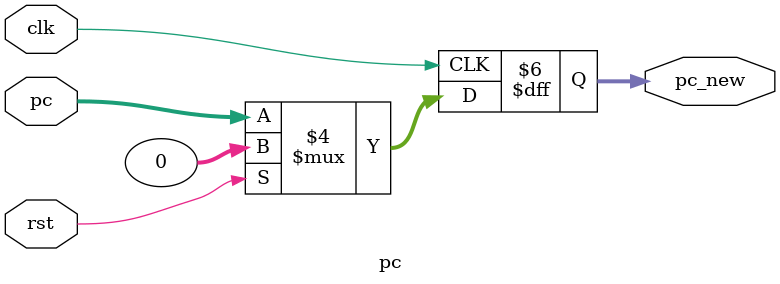
<source format=v>
`timescale 1ns / 1ps
/*pcÄ£¿é£º¶ÔÊµÑé¶þÖÐPCÄ£¿é¼ÓÒÔÐÞ¸Ä£¬½ÓÊÜPC'×÷ÎªÊäÈë£¬²¢¸ù¾ÝclkÊä³öPC¡£PC+4µÄ¹¦ÄÜ·ÅÈëadderÖÐÊµÏÖ
    ·ñÔòÎÞ·¨ÊµÏÖbranch¡¢jump¹¦ÄÜ
×¢Òâ£ºaddr²»¸³³õÖµ·ÂÕæ»á³öÏÖÎÊÌâ£¬µÚÒ»ÌõÖ¸Áî»á±»ÍÌµô
*/
module pc(
    input clk,rst,
    input[31:0] pc,
    output reg[31:0] pc_new=0
);
    always@(posedge clk)begin
        if(rst)begin
            pc_new=0;
        end
        else begin
           pc_new=pc;
        end
    end
endmodule

</source>
